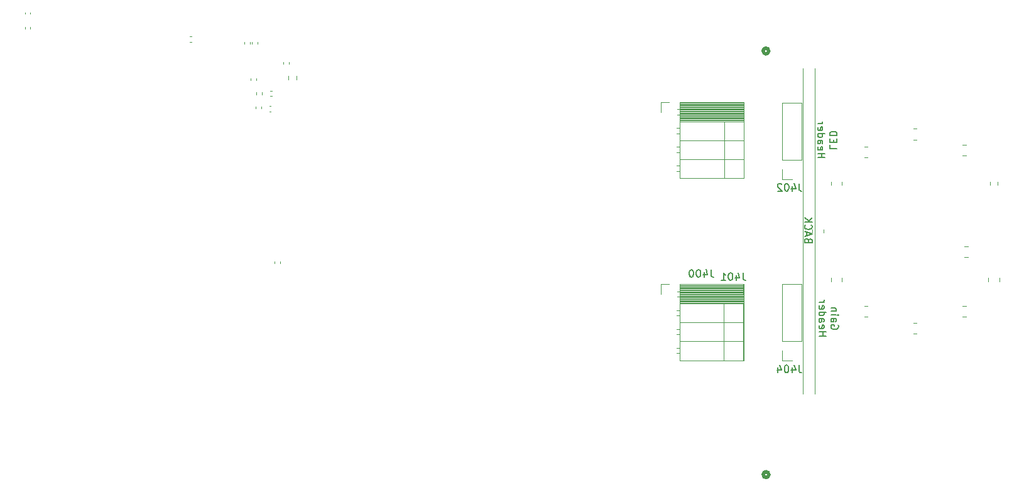
<source format=gbr>
%TF.GenerationSoftware,KiCad,Pcbnew,8.0.1*%
%TF.CreationDate,2024-11-27T15:43:16-06:00*%
%TF.ProjectId,XAmplifier,58416d70-6c69-4666-9965-722e6b696361,rev?*%
%TF.SameCoordinates,Original*%
%TF.FileFunction,Legend,Bot*%
%TF.FilePolarity,Positive*%
%FSLAX46Y46*%
G04 Gerber Fmt 4.6, Leading zero omitted, Abs format (unit mm)*
G04 Created by KiCad (PCBNEW 8.0.1) date 2024-11-27 15:43:16*
%MOMM*%
%LPD*%
G01*
G04 APERTURE LIST*
%ADD10C,0.120000*%
%ADD11C,0.150000*%
%ADD12C,0.508000*%
G04 APERTURE END LIST*
D10*
X184780000Y-78168000D02*
X184780000Y-99568000D01*
X186380000Y-122168000D02*
X186380000Y-78168000D01*
X184780000Y-99568000D02*
X184780000Y-122168000D01*
D11*
X185498990Y-101441142D02*
X185451371Y-101298285D01*
X185451371Y-101298285D02*
X185403752Y-101250666D01*
X185403752Y-101250666D02*
X185308514Y-101203047D01*
X185308514Y-101203047D02*
X185165657Y-101203047D01*
X185165657Y-101203047D02*
X185070419Y-101250666D01*
X185070419Y-101250666D02*
X185022800Y-101298285D01*
X185022800Y-101298285D02*
X184975180Y-101393523D01*
X184975180Y-101393523D02*
X184975180Y-101774475D01*
X184975180Y-101774475D02*
X185975180Y-101774475D01*
X185975180Y-101774475D02*
X185975180Y-101441142D01*
X185975180Y-101441142D02*
X185927561Y-101345904D01*
X185927561Y-101345904D02*
X185879942Y-101298285D01*
X185879942Y-101298285D02*
X185784704Y-101250666D01*
X185784704Y-101250666D02*
X185689466Y-101250666D01*
X185689466Y-101250666D02*
X185594228Y-101298285D01*
X185594228Y-101298285D02*
X185546609Y-101345904D01*
X185546609Y-101345904D02*
X185498990Y-101441142D01*
X185498990Y-101441142D02*
X185498990Y-101774475D01*
X185260895Y-100822094D02*
X185260895Y-100345904D01*
X184975180Y-100917332D02*
X185975180Y-100583999D01*
X185975180Y-100583999D02*
X184975180Y-100250666D01*
X185070419Y-99345904D02*
X185022800Y-99393523D01*
X185022800Y-99393523D02*
X184975180Y-99536380D01*
X184975180Y-99536380D02*
X184975180Y-99631618D01*
X184975180Y-99631618D02*
X185022800Y-99774475D01*
X185022800Y-99774475D02*
X185118038Y-99869713D01*
X185118038Y-99869713D02*
X185213276Y-99917332D01*
X185213276Y-99917332D02*
X185403752Y-99964951D01*
X185403752Y-99964951D02*
X185546609Y-99964951D01*
X185546609Y-99964951D02*
X185737085Y-99917332D01*
X185737085Y-99917332D02*
X185832323Y-99869713D01*
X185832323Y-99869713D02*
X185927561Y-99774475D01*
X185927561Y-99774475D02*
X185975180Y-99631618D01*
X185975180Y-99631618D02*
X185975180Y-99536380D01*
X185975180Y-99536380D02*
X185927561Y-99393523D01*
X185927561Y-99393523D02*
X185879942Y-99345904D01*
X184975180Y-98917332D02*
X185975180Y-98917332D01*
X184975180Y-98345904D02*
X185546609Y-98774475D01*
X185975180Y-98345904D02*
X185403752Y-98917332D01*
X189483637Y-112870969D02*
X189531256Y-112966207D01*
X189531256Y-112966207D02*
X189531256Y-113109064D01*
X189531256Y-113109064D02*
X189483637Y-113251921D01*
X189483637Y-113251921D02*
X189388399Y-113347159D01*
X189388399Y-113347159D02*
X189293161Y-113394778D01*
X189293161Y-113394778D02*
X189102685Y-113442397D01*
X189102685Y-113442397D02*
X188959828Y-113442397D01*
X188959828Y-113442397D02*
X188769352Y-113394778D01*
X188769352Y-113394778D02*
X188674114Y-113347159D01*
X188674114Y-113347159D02*
X188578876Y-113251921D01*
X188578876Y-113251921D02*
X188531256Y-113109064D01*
X188531256Y-113109064D02*
X188531256Y-113013826D01*
X188531256Y-113013826D02*
X188578876Y-112870969D01*
X188578876Y-112870969D02*
X188626495Y-112823350D01*
X188626495Y-112823350D02*
X188959828Y-112823350D01*
X188959828Y-112823350D02*
X188959828Y-113013826D01*
X188531256Y-111966207D02*
X189055066Y-111966207D01*
X189055066Y-111966207D02*
X189150304Y-112013826D01*
X189150304Y-112013826D02*
X189197923Y-112109064D01*
X189197923Y-112109064D02*
X189197923Y-112299540D01*
X189197923Y-112299540D02*
X189150304Y-112394778D01*
X188578876Y-111966207D02*
X188531256Y-112061445D01*
X188531256Y-112061445D02*
X188531256Y-112299540D01*
X188531256Y-112299540D02*
X188578876Y-112394778D01*
X188578876Y-112394778D02*
X188674114Y-112442397D01*
X188674114Y-112442397D02*
X188769352Y-112442397D01*
X188769352Y-112442397D02*
X188864590Y-112394778D01*
X188864590Y-112394778D02*
X188912209Y-112299540D01*
X188912209Y-112299540D02*
X188912209Y-112061445D01*
X188912209Y-112061445D02*
X188959828Y-111966207D01*
X188531256Y-111490016D02*
X189197923Y-111490016D01*
X189531256Y-111490016D02*
X189483637Y-111537635D01*
X189483637Y-111537635D02*
X189436018Y-111490016D01*
X189436018Y-111490016D02*
X189483637Y-111442397D01*
X189483637Y-111442397D02*
X189531256Y-111490016D01*
X189531256Y-111490016D02*
X189436018Y-111490016D01*
X189197923Y-111013826D02*
X188531256Y-111013826D01*
X189102685Y-111013826D02*
X189150304Y-110966207D01*
X189150304Y-110966207D02*
X189197923Y-110870969D01*
X189197923Y-110870969D02*
X189197923Y-110728112D01*
X189197923Y-110728112D02*
X189150304Y-110632874D01*
X189150304Y-110632874D02*
X189055066Y-110585255D01*
X189055066Y-110585255D02*
X188531256Y-110585255D01*
X186921312Y-114347159D02*
X187921312Y-114347159D01*
X187445122Y-114347159D02*
X187445122Y-113775731D01*
X186921312Y-113775731D02*
X187921312Y-113775731D01*
X186968932Y-112918588D02*
X186921312Y-113013826D01*
X186921312Y-113013826D02*
X186921312Y-113204302D01*
X186921312Y-113204302D02*
X186968932Y-113299540D01*
X186968932Y-113299540D02*
X187064170Y-113347159D01*
X187064170Y-113347159D02*
X187445122Y-113347159D01*
X187445122Y-113347159D02*
X187540360Y-113299540D01*
X187540360Y-113299540D02*
X187587979Y-113204302D01*
X187587979Y-113204302D02*
X187587979Y-113013826D01*
X187587979Y-113013826D02*
X187540360Y-112918588D01*
X187540360Y-112918588D02*
X187445122Y-112870969D01*
X187445122Y-112870969D02*
X187349884Y-112870969D01*
X187349884Y-112870969D02*
X187254646Y-113347159D01*
X186921312Y-112013826D02*
X187445122Y-112013826D01*
X187445122Y-112013826D02*
X187540360Y-112061445D01*
X187540360Y-112061445D02*
X187587979Y-112156683D01*
X187587979Y-112156683D02*
X187587979Y-112347159D01*
X187587979Y-112347159D02*
X187540360Y-112442397D01*
X186968932Y-112013826D02*
X186921312Y-112109064D01*
X186921312Y-112109064D02*
X186921312Y-112347159D01*
X186921312Y-112347159D02*
X186968932Y-112442397D01*
X186968932Y-112442397D02*
X187064170Y-112490016D01*
X187064170Y-112490016D02*
X187159408Y-112490016D01*
X187159408Y-112490016D02*
X187254646Y-112442397D01*
X187254646Y-112442397D02*
X187302265Y-112347159D01*
X187302265Y-112347159D02*
X187302265Y-112109064D01*
X187302265Y-112109064D02*
X187349884Y-112013826D01*
X186921312Y-111109064D02*
X187921312Y-111109064D01*
X186968932Y-111109064D02*
X186921312Y-111204302D01*
X186921312Y-111204302D02*
X186921312Y-111394778D01*
X186921312Y-111394778D02*
X186968932Y-111490016D01*
X186968932Y-111490016D02*
X187016551Y-111537635D01*
X187016551Y-111537635D02*
X187111789Y-111585254D01*
X187111789Y-111585254D02*
X187397503Y-111585254D01*
X187397503Y-111585254D02*
X187492741Y-111537635D01*
X187492741Y-111537635D02*
X187540360Y-111490016D01*
X187540360Y-111490016D02*
X187587979Y-111394778D01*
X187587979Y-111394778D02*
X187587979Y-111204302D01*
X187587979Y-111204302D02*
X187540360Y-111109064D01*
X186968932Y-110251921D02*
X186921312Y-110347159D01*
X186921312Y-110347159D02*
X186921312Y-110537635D01*
X186921312Y-110537635D02*
X186968932Y-110632873D01*
X186968932Y-110632873D02*
X187064170Y-110680492D01*
X187064170Y-110680492D02*
X187445122Y-110680492D01*
X187445122Y-110680492D02*
X187540360Y-110632873D01*
X187540360Y-110632873D02*
X187587979Y-110537635D01*
X187587979Y-110537635D02*
X187587979Y-110347159D01*
X187587979Y-110347159D02*
X187540360Y-110251921D01*
X187540360Y-110251921D02*
X187445122Y-110204302D01*
X187445122Y-110204302D02*
X187349884Y-110204302D01*
X187349884Y-110204302D02*
X187254646Y-110680492D01*
X186921312Y-109775730D02*
X187587979Y-109775730D01*
X187397503Y-109775730D02*
X187492741Y-109728111D01*
X187492741Y-109728111D02*
X187540360Y-109680492D01*
X187540360Y-109680492D02*
X187587979Y-109585254D01*
X187587979Y-109585254D02*
X187587979Y-109490016D01*
X188350152Y-88542857D02*
X188350152Y-89019047D01*
X188350152Y-89019047D02*
X189350152Y-89019047D01*
X188873962Y-88209523D02*
X188873962Y-87876190D01*
X188350152Y-87733333D02*
X188350152Y-88209523D01*
X188350152Y-88209523D02*
X189350152Y-88209523D01*
X189350152Y-88209523D02*
X189350152Y-87733333D01*
X188350152Y-87304761D02*
X189350152Y-87304761D01*
X189350152Y-87304761D02*
X189350152Y-87066666D01*
X189350152Y-87066666D02*
X189302533Y-86923809D01*
X189302533Y-86923809D02*
X189207295Y-86828571D01*
X189207295Y-86828571D02*
X189112057Y-86780952D01*
X189112057Y-86780952D02*
X188921581Y-86733333D01*
X188921581Y-86733333D02*
X188778724Y-86733333D01*
X188778724Y-86733333D02*
X188588248Y-86780952D01*
X188588248Y-86780952D02*
X188493010Y-86828571D01*
X188493010Y-86828571D02*
X188397772Y-86923809D01*
X188397772Y-86923809D02*
X188350152Y-87066666D01*
X188350152Y-87066666D02*
X188350152Y-87304761D01*
X186740208Y-90257142D02*
X187740208Y-90257142D01*
X187264018Y-90257142D02*
X187264018Y-89685714D01*
X186740208Y-89685714D02*
X187740208Y-89685714D01*
X186787828Y-88828571D02*
X186740208Y-88923809D01*
X186740208Y-88923809D02*
X186740208Y-89114285D01*
X186740208Y-89114285D02*
X186787828Y-89209523D01*
X186787828Y-89209523D02*
X186883066Y-89257142D01*
X186883066Y-89257142D02*
X187264018Y-89257142D01*
X187264018Y-89257142D02*
X187359256Y-89209523D01*
X187359256Y-89209523D02*
X187406875Y-89114285D01*
X187406875Y-89114285D02*
X187406875Y-88923809D01*
X187406875Y-88923809D02*
X187359256Y-88828571D01*
X187359256Y-88828571D02*
X187264018Y-88780952D01*
X187264018Y-88780952D02*
X187168780Y-88780952D01*
X187168780Y-88780952D02*
X187073542Y-89257142D01*
X186740208Y-87923809D02*
X187264018Y-87923809D01*
X187264018Y-87923809D02*
X187359256Y-87971428D01*
X187359256Y-87971428D02*
X187406875Y-88066666D01*
X187406875Y-88066666D02*
X187406875Y-88257142D01*
X187406875Y-88257142D02*
X187359256Y-88352380D01*
X186787828Y-87923809D02*
X186740208Y-88019047D01*
X186740208Y-88019047D02*
X186740208Y-88257142D01*
X186740208Y-88257142D02*
X186787828Y-88352380D01*
X186787828Y-88352380D02*
X186883066Y-88399999D01*
X186883066Y-88399999D02*
X186978304Y-88399999D01*
X186978304Y-88399999D02*
X187073542Y-88352380D01*
X187073542Y-88352380D02*
X187121161Y-88257142D01*
X187121161Y-88257142D02*
X187121161Y-88019047D01*
X187121161Y-88019047D02*
X187168780Y-87923809D01*
X186740208Y-87019047D02*
X187740208Y-87019047D01*
X186787828Y-87019047D02*
X186740208Y-87114285D01*
X186740208Y-87114285D02*
X186740208Y-87304761D01*
X186740208Y-87304761D02*
X186787828Y-87399999D01*
X186787828Y-87399999D02*
X186835447Y-87447618D01*
X186835447Y-87447618D02*
X186930685Y-87495237D01*
X186930685Y-87495237D02*
X187216399Y-87495237D01*
X187216399Y-87495237D02*
X187311637Y-87447618D01*
X187311637Y-87447618D02*
X187359256Y-87399999D01*
X187359256Y-87399999D02*
X187406875Y-87304761D01*
X187406875Y-87304761D02*
X187406875Y-87114285D01*
X187406875Y-87114285D02*
X187359256Y-87019047D01*
X186787828Y-86161904D02*
X186740208Y-86257142D01*
X186740208Y-86257142D02*
X186740208Y-86447618D01*
X186740208Y-86447618D02*
X186787828Y-86542856D01*
X186787828Y-86542856D02*
X186883066Y-86590475D01*
X186883066Y-86590475D02*
X187264018Y-86590475D01*
X187264018Y-86590475D02*
X187359256Y-86542856D01*
X187359256Y-86542856D02*
X187406875Y-86447618D01*
X187406875Y-86447618D02*
X187406875Y-86257142D01*
X187406875Y-86257142D02*
X187359256Y-86161904D01*
X187359256Y-86161904D02*
X187264018Y-86114285D01*
X187264018Y-86114285D02*
X187168780Y-86114285D01*
X187168780Y-86114285D02*
X187073542Y-86590475D01*
X186740208Y-85685713D02*
X187406875Y-85685713D01*
X187216399Y-85685713D02*
X187311637Y-85638094D01*
X187311637Y-85638094D02*
X187359256Y-85590475D01*
X187359256Y-85590475D02*
X187406875Y-85495237D01*
X187406875Y-85495237D02*
X187406875Y-85399999D01*
X176665714Y-105824819D02*
X176665714Y-106539104D01*
X176665714Y-106539104D02*
X176713333Y-106681961D01*
X176713333Y-106681961D02*
X176808571Y-106777200D01*
X176808571Y-106777200D02*
X176951428Y-106824819D01*
X176951428Y-106824819D02*
X177046666Y-106824819D01*
X175760952Y-106158152D02*
X175760952Y-106824819D01*
X175999047Y-105777200D02*
X176237142Y-106491485D01*
X176237142Y-106491485D02*
X175618095Y-106491485D01*
X175046666Y-105824819D02*
X174951428Y-105824819D01*
X174951428Y-105824819D02*
X174856190Y-105872438D01*
X174856190Y-105872438D02*
X174808571Y-105920057D01*
X174808571Y-105920057D02*
X174760952Y-106015295D01*
X174760952Y-106015295D02*
X174713333Y-106205771D01*
X174713333Y-106205771D02*
X174713333Y-106443866D01*
X174713333Y-106443866D02*
X174760952Y-106634342D01*
X174760952Y-106634342D02*
X174808571Y-106729580D01*
X174808571Y-106729580D02*
X174856190Y-106777200D01*
X174856190Y-106777200D02*
X174951428Y-106824819D01*
X174951428Y-106824819D02*
X175046666Y-106824819D01*
X175046666Y-106824819D02*
X175141904Y-106777200D01*
X175141904Y-106777200D02*
X175189523Y-106729580D01*
X175189523Y-106729580D02*
X175237142Y-106634342D01*
X175237142Y-106634342D02*
X175284761Y-106443866D01*
X175284761Y-106443866D02*
X175284761Y-106205771D01*
X175284761Y-106205771D02*
X175237142Y-106015295D01*
X175237142Y-106015295D02*
X175189523Y-105920057D01*
X175189523Y-105920057D02*
X175141904Y-105872438D01*
X175141904Y-105872438D02*
X175046666Y-105824819D01*
X173760952Y-106824819D02*
X174332380Y-106824819D01*
X174046666Y-106824819D02*
X174046666Y-105824819D01*
X174046666Y-105824819D02*
X174141904Y-105967676D01*
X174141904Y-105967676D02*
X174237142Y-106062914D01*
X174237142Y-106062914D02*
X174332380Y-106110533D01*
X172345714Y-105384819D02*
X172345714Y-106099104D01*
X172345714Y-106099104D02*
X172393333Y-106241961D01*
X172393333Y-106241961D02*
X172488571Y-106337200D01*
X172488571Y-106337200D02*
X172631428Y-106384819D01*
X172631428Y-106384819D02*
X172726666Y-106384819D01*
X171440952Y-105718152D02*
X171440952Y-106384819D01*
X171679047Y-105337200D02*
X171917142Y-106051485D01*
X171917142Y-106051485D02*
X171298095Y-106051485D01*
X170726666Y-105384819D02*
X170631428Y-105384819D01*
X170631428Y-105384819D02*
X170536190Y-105432438D01*
X170536190Y-105432438D02*
X170488571Y-105480057D01*
X170488571Y-105480057D02*
X170440952Y-105575295D01*
X170440952Y-105575295D02*
X170393333Y-105765771D01*
X170393333Y-105765771D02*
X170393333Y-106003866D01*
X170393333Y-106003866D02*
X170440952Y-106194342D01*
X170440952Y-106194342D02*
X170488571Y-106289580D01*
X170488571Y-106289580D02*
X170536190Y-106337200D01*
X170536190Y-106337200D02*
X170631428Y-106384819D01*
X170631428Y-106384819D02*
X170726666Y-106384819D01*
X170726666Y-106384819D02*
X170821904Y-106337200D01*
X170821904Y-106337200D02*
X170869523Y-106289580D01*
X170869523Y-106289580D02*
X170917142Y-106194342D01*
X170917142Y-106194342D02*
X170964761Y-106003866D01*
X170964761Y-106003866D02*
X170964761Y-105765771D01*
X170964761Y-105765771D02*
X170917142Y-105575295D01*
X170917142Y-105575295D02*
X170869523Y-105480057D01*
X170869523Y-105480057D02*
X170821904Y-105432438D01*
X170821904Y-105432438D02*
X170726666Y-105384819D01*
X169774285Y-105384819D02*
X169679047Y-105384819D01*
X169679047Y-105384819D02*
X169583809Y-105432438D01*
X169583809Y-105432438D02*
X169536190Y-105480057D01*
X169536190Y-105480057D02*
X169488571Y-105575295D01*
X169488571Y-105575295D02*
X169440952Y-105765771D01*
X169440952Y-105765771D02*
X169440952Y-106003866D01*
X169440952Y-106003866D02*
X169488571Y-106194342D01*
X169488571Y-106194342D02*
X169536190Y-106289580D01*
X169536190Y-106289580D02*
X169583809Y-106337200D01*
X169583809Y-106337200D02*
X169679047Y-106384819D01*
X169679047Y-106384819D02*
X169774285Y-106384819D01*
X169774285Y-106384819D02*
X169869523Y-106337200D01*
X169869523Y-106337200D02*
X169917142Y-106289580D01*
X169917142Y-106289580D02*
X169964761Y-106194342D01*
X169964761Y-106194342D02*
X170012380Y-106003866D01*
X170012380Y-106003866D02*
X170012380Y-105765771D01*
X170012380Y-105765771D02*
X169964761Y-105575295D01*
X169964761Y-105575295D02*
X169917142Y-105480057D01*
X169917142Y-105480057D02*
X169869523Y-105432438D01*
X169869523Y-105432438D02*
X169774285Y-105384819D01*
X184202300Y-118282806D02*
X184202300Y-118997091D01*
X184202300Y-118997091D02*
X184249919Y-119139948D01*
X184249919Y-119139948D02*
X184345157Y-119235187D01*
X184345157Y-119235187D02*
X184488014Y-119282806D01*
X184488014Y-119282806D02*
X184583252Y-119282806D01*
X183297538Y-118616139D02*
X183297538Y-119282806D01*
X183535633Y-118235187D02*
X183773728Y-118949472D01*
X183773728Y-118949472D02*
X183154681Y-118949472D01*
X182583252Y-118282806D02*
X182488014Y-118282806D01*
X182488014Y-118282806D02*
X182392776Y-118330425D01*
X182392776Y-118330425D02*
X182345157Y-118378044D01*
X182345157Y-118378044D02*
X182297538Y-118473282D01*
X182297538Y-118473282D02*
X182249919Y-118663758D01*
X182249919Y-118663758D02*
X182249919Y-118901853D01*
X182249919Y-118901853D02*
X182297538Y-119092329D01*
X182297538Y-119092329D02*
X182345157Y-119187567D01*
X182345157Y-119187567D02*
X182392776Y-119235187D01*
X182392776Y-119235187D02*
X182488014Y-119282806D01*
X182488014Y-119282806D02*
X182583252Y-119282806D01*
X182583252Y-119282806D02*
X182678490Y-119235187D01*
X182678490Y-119235187D02*
X182726109Y-119187567D01*
X182726109Y-119187567D02*
X182773728Y-119092329D01*
X182773728Y-119092329D02*
X182821347Y-118901853D01*
X182821347Y-118901853D02*
X182821347Y-118663758D01*
X182821347Y-118663758D02*
X182773728Y-118473282D01*
X182773728Y-118473282D02*
X182726109Y-118378044D01*
X182726109Y-118378044D02*
X182678490Y-118330425D01*
X182678490Y-118330425D02*
X182583252Y-118282806D01*
X181392776Y-118616139D02*
X181392776Y-119282806D01*
X181630871Y-118235187D02*
X181868966Y-118949472D01*
X181868966Y-118949472D02*
X181249919Y-118949472D01*
X184223771Y-93763055D02*
X184223771Y-94477340D01*
X184223771Y-94477340D02*
X184271390Y-94620197D01*
X184271390Y-94620197D02*
X184366628Y-94715436D01*
X184366628Y-94715436D02*
X184509485Y-94763055D01*
X184509485Y-94763055D02*
X184604723Y-94763055D01*
X183319009Y-94096388D02*
X183319009Y-94763055D01*
X183557104Y-93715436D02*
X183795199Y-94429721D01*
X183795199Y-94429721D02*
X183176152Y-94429721D01*
X182604723Y-93763055D02*
X182509485Y-93763055D01*
X182509485Y-93763055D02*
X182414247Y-93810674D01*
X182414247Y-93810674D02*
X182366628Y-93858293D01*
X182366628Y-93858293D02*
X182319009Y-93953531D01*
X182319009Y-93953531D02*
X182271390Y-94144007D01*
X182271390Y-94144007D02*
X182271390Y-94382102D01*
X182271390Y-94382102D02*
X182319009Y-94572578D01*
X182319009Y-94572578D02*
X182366628Y-94667816D01*
X182366628Y-94667816D02*
X182414247Y-94715436D01*
X182414247Y-94715436D02*
X182509485Y-94763055D01*
X182509485Y-94763055D02*
X182604723Y-94763055D01*
X182604723Y-94763055D02*
X182699961Y-94715436D01*
X182699961Y-94715436D02*
X182747580Y-94667816D01*
X182747580Y-94667816D02*
X182795199Y-94572578D01*
X182795199Y-94572578D02*
X182842818Y-94382102D01*
X182842818Y-94382102D02*
X182842818Y-94144007D01*
X182842818Y-94144007D02*
X182795199Y-93953531D01*
X182795199Y-93953531D02*
X182747580Y-93858293D01*
X182747580Y-93858293D02*
X182699961Y-93810674D01*
X182699961Y-93810674D02*
X182604723Y-93763055D01*
X181890437Y-93858293D02*
X181842818Y-93810674D01*
X181842818Y-93810674D02*
X181747580Y-93763055D01*
X181747580Y-93763055D02*
X181509485Y-93763055D01*
X181509485Y-93763055D02*
X181414247Y-93810674D01*
X181414247Y-93810674D02*
X181366628Y-93858293D01*
X181366628Y-93858293D02*
X181319009Y-93953531D01*
X181319009Y-93953531D02*
X181319009Y-94048769D01*
X181319009Y-94048769D02*
X181366628Y-94191626D01*
X181366628Y-94191626D02*
X181938056Y-94763055D01*
X181938056Y-94763055D02*
X181319009Y-94763055D01*
D10*
%TO.C,R439*%
X102403641Y-74648000D02*
X102096359Y-74648000D01*
X102403641Y-73888000D02*
X102096359Y-73888000D01*
%TO.C,R400*%
X114279191Y-104269839D02*
X114279191Y-104577121D01*
X113519191Y-104269839D02*
X113519191Y-104577121D01*
%TO.C,R443*%
X115427500Y-79737258D02*
X115427500Y-79262742D01*
X116472500Y-79737258D02*
X116472500Y-79262742D01*
D12*
%TO.C,SW400*%
X180161909Y-133060723D02*
G75*
G02*
X179399909Y-133060723I-381000J0D01*
G01*
X179399909Y-133060723D02*
G75*
G02*
X180161909Y-133060723I381000J0D01*
G01*
D10*
%TO.C,C424*%
X109500000Y-74902110D02*
X109500000Y-74686438D01*
X110220000Y-74902110D02*
X110220000Y-74686438D01*
%TO.C,C423*%
X110510000Y-74897836D02*
X110510000Y-74682164D01*
X111230000Y-74897836D02*
X111230000Y-74682164D01*
D12*
%TO.C,SW404*%
X180149785Y-75861800D02*
G75*
G02*
X179387785Y-75861800I-381000J0D01*
G01*
X179387785Y-75861800D02*
G75*
G02*
X180149785Y-75861800I381000J0D01*
G01*
D10*
%TO.C,J405*%
X174147804Y-85371463D02*
X176807804Y-85371463D01*
X174147804Y-93051463D02*
X174147804Y-85371463D01*
X174147804Y-93051463D02*
X176807804Y-93051463D01*
X175477804Y-82771463D02*
X176807804Y-82771463D01*
X176807804Y-82771463D02*
X176807804Y-84101463D01*
X176807804Y-93051463D02*
X176807804Y-85371463D01*
%TO.C,R411*%
X209765000Y-106522936D02*
X209765000Y-106977064D01*
X211235000Y-106522936D02*
X211235000Y-106977064D01*
%TO.C,R420*%
X206272936Y-88515000D02*
X206727064Y-88515000D01*
X206272936Y-89985000D02*
X206727064Y-89985000D01*
%TO.C,R416*%
X186046218Y-100411081D02*
X186046218Y-99956953D01*
X187516218Y-100411081D02*
X187516218Y-99956953D01*
%TO.C,R413*%
X200107062Y-112547797D02*
X199652934Y-112547797D01*
X200107062Y-114017797D02*
X199652934Y-114017797D01*
%TO.C,R414*%
X193477064Y-110265000D02*
X193022936Y-110265000D01*
X193477064Y-111735000D02*
X193022936Y-111735000D01*
%TO.C,J403*%
X176770000Y-93050000D02*
X176770000Y-82770000D01*
X168140000Y-93050000D02*
X176770000Y-93050000D01*
X168140000Y-93050000D02*
X168140000Y-82770000D01*
X168140000Y-90450000D02*
X176770000Y-90450000D01*
X168140000Y-87910000D02*
X176770000Y-87910000D01*
X168140000Y-85370000D02*
X176770000Y-85370000D01*
X168140000Y-85251900D02*
X176770000Y-85251900D01*
X168140000Y-85133805D02*
X176770000Y-85133805D01*
X168140000Y-85015710D02*
X176770000Y-85015710D01*
X168140000Y-84897615D02*
X176770000Y-84897615D01*
X168140000Y-84779520D02*
X176770000Y-84779520D01*
X168140000Y-84661425D02*
X176770000Y-84661425D01*
X168140000Y-84543330D02*
X176770000Y-84543330D01*
X168140000Y-84425235D02*
X176770000Y-84425235D01*
X168140000Y-84307140D02*
X176770000Y-84307140D01*
X168140000Y-84189045D02*
X176770000Y-84189045D01*
X168140000Y-84070950D02*
X176770000Y-84070950D01*
X168140000Y-83952855D02*
X176770000Y-83952855D01*
X168140000Y-83834760D02*
X176770000Y-83834760D01*
X168140000Y-83716665D02*
X176770000Y-83716665D01*
X168140000Y-83598570D02*
X176770000Y-83598570D01*
X168140000Y-83480475D02*
X176770000Y-83480475D01*
X168140000Y-83362380D02*
X176770000Y-83362380D01*
X168140000Y-83244285D02*
X176770000Y-83244285D01*
X168140000Y-83126190D02*
X176770000Y-83126190D01*
X168140000Y-83008095D02*
X176770000Y-83008095D01*
X168140000Y-82890000D02*
X176770000Y-82890000D01*
X168140000Y-82770000D02*
X176770000Y-82770000D01*
X167790000Y-84460000D02*
X168140000Y-84460000D01*
X167790000Y-83740000D02*
X168140000Y-83740000D01*
X167730000Y-92080000D02*
X168140000Y-92080000D01*
X167730000Y-91360000D02*
X168140000Y-91360000D01*
X167730000Y-89540000D02*
X168140000Y-89540000D01*
X167730000Y-88820000D02*
X168140000Y-88820000D01*
X167730000Y-87000000D02*
X168140000Y-87000000D01*
X167730000Y-86280000D02*
X168140000Y-86280000D01*
X165570000Y-84100000D02*
X165570000Y-82770000D01*
X165570000Y-82770000D02*
X166680000Y-82770000D01*
%TO.C,R412*%
X206727064Y-110265000D02*
X206272936Y-110265000D01*
X206727064Y-111735000D02*
X206272936Y-111735000D01*
%TO.C,R421*%
X209977500Y-93512742D02*
X209977500Y-93987258D01*
X211022500Y-93512742D02*
X211022500Y-93987258D01*
%TO.C,J401*%
X174050000Y-109970000D02*
X176710000Y-109970000D01*
X174050000Y-117650000D02*
X174050000Y-109970000D01*
X174050000Y-117650000D02*
X176710000Y-117650000D01*
X175380000Y-107370000D02*
X176710000Y-107370000D01*
X176710000Y-107370000D02*
X176710000Y-108700000D01*
X176710000Y-117650000D02*
X176710000Y-109970000D01*
%TO.C,C433*%
X112823018Y-83325206D02*
X113038690Y-83325206D01*
X112823018Y-84045206D02*
X113038690Y-84045206D01*
%TO.C,J400*%
X165570000Y-107370000D02*
X166680000Y-107370000D01*
X165570000Y-108700000D02*
X165570000Y-107370000D01*
X167730000Y-110880000D02*
X168140000Y-110880000D01*
X167730000Y-111600000D02*
X168140000Y-111600000D01*
X167730000Y-113420000D02*
X168140000Y-113420000D01*
X167730000Y-114140000D02*
X168140000Y-114140000D01*
X167730000Y-115960000D02*
X168140000Y-115960000D01*
X167730000Y-116680000D02*
X168140000Y-116680000D01*
X167790000Y-108340000D02*
X168140000Y-108340000D01*
X167790000Y-109060000D02*
X168140000Y-109060000D01*
X168140000Y-107370000D02*
X176770000Y-107370000D01*
X168140000Y-107490000D02*
X176770000Y-107490000D01*
X168140000Y-107608095D02*
X176770000Y-107608095D01*
X168140000Y-107726190D02*
X176770000Y-107726190D01*
X168140000Y-107844285D02*
X176770000Y-107844285D01*
X168140000Y-107962380D02*
X176770000Y-107962380D01*
X168140000Y-108080475D02*
X176770000Y-108080475D01*
X168140000Y-108198570D02*
X176770000Y-108198570D01*
X168140000Y-108316665D02*
X176770000Y-108316665D01*
X168140000Y-108434760D02*
X176770000Y-108434760D01*
X168140000Y-108552855D02*
X176770000Y-108552855D01*
X168140000Y-108670950D02*
X176770000Y-108670950D01*
X168140000Y-108789045D02*
X176770000Y-108789045D01*
X168140000Y-108907140D02*
X176770000Y-108907140D01*
X168140000Y-109025235D02*
X176770000Y-109025235D01*
X168140000Y-109143330D02*
X176770000Y-109143330D01*
X168140000Y-109261425D02*
X176770000Y-109261425D01*
X168140000Y-109379520D02*
X176770000Y-109379520D01*
X168140000Y-109497615D02*
X176770000Y-109497615D01*
X168140000Y-109615710D02*
X176770000Y-109615710D01*
X168140000Y-109733805D02*
X176770000Y-109733805D01*
X168140000Y-109851900D02*
X176770000Y-109851900D01*
X168140000Y-109970000D02*
X176770000Y-109970000D01*
X168140000Y-112510000D02*
X176770000Y-112510000D01*
X168140000Y-115050000D02*
X176770000Y-115050000D01*
X168140000Y-117650000D02*
X168140000Y-107370000D01*
X168140000Y-117650000D02*
X176770000Y-117650000D01*
X176770000Y-117650000D02*
X176770000Y-107370000D01*
%TO.C,R418*%
X193022936Y-88765000D02*
X193477064Y-88765000D01*
X193022936Y-90235000D02*
X193477064Y-90235000D01*
%TO.C,C429*%
X110337754Y-79802110D02*
X110337754Y-79586438D01*
X111057754Y-79802110D02*
X111057754Y-79586438D01*
%TO.C,J404*%
X184610000Y-115030000D02*
X181950000Y-115030000D01*
X184610000Y-107350000D02*
X184610000Y-115030000D01*
X184610000Y-107350000D02*
X181950000Y-107350000D01*
X183280000Y-117630000D02*
X181950000Y-117630000D01*
X181950000Y-117630000D02*
X181950000Y-116300000D01*
X181950000Y-107350000D02*
X181950000Y-115030000D01*
%TO.C,J402*%
X184608435Y-90570112D02*
X181948435Y-90570112D01*
X184608435Y-82890112D02*
X184608435Y-90570112D01*
X184608435Y-82890112D02*
X181948435Y-82890112D01*
X183278435Y-93170112D02*
X181948435Y-93170112D01*
X181948435Y-93170112D02*
X181948435Y-91840112D01*
X181948435Y-82890112D02*
X181948435Y-90570112D01*
%TO.C,R422*%
X206522936Y-103735000D02*
X206977064Y-103735000D01*
X206522936Y-102265000D02*
X206977064Y-102265000D01*
%TO.C,C432*%
X111037754Y-83602110D02*
X111037754Y-83386438D01*
X111757754Y-83602110D02*
X111757754Y-83386438D01*
%TO.C,R415*%
X188515000Y-106977064D02*
X188515000Y-106522936D01*
X189985000Y-106977064D02*
X189985000Y-106522936D01*
%TO.C,R445*%
X111117754Y-81440633D02*
X111117754Y-81747915D01*
X111877754Y-81440633D02*
X111877754Y-81747915D01*
%TO.C,R435*%
X79890000Y-72642164D02*
X79890000Y-72857836D01*
X80610000Y-72642164D02*
X80610000Y-72857836D01*
%TO.C,R417*%
X188515000Y-93977064D02*
X188515000Y-93522936D01*
X189985000Y-93977064D02*
X189985000Y-93522936D01*
%TO.C,C434*%
X113205590Y-81234274D02*
X112989918Y-81234274D01*
X113205590Y-81954274D02*
X112989918Y-81954274D01*
%TO.C,C431*%
X114740000Y-77392164D02*
X114740000Y-77607836D01*
X115460000Y-77392164D02*
X115460000Y-77607836D01*
%TO.C,R419*%
X199652934Y-86350237D02*
X200107062Y-86350237D01*
X199652934Y-87820237D02*
X200107062Y-87820237D01*
%TO.C,R436*%
X79890000Y-70857836D02*
X79890000Y-70642164D01*
X80610000Y-70857836D02*
X80610000Y-70642164D01*
%TD*%
M02*

</source>
